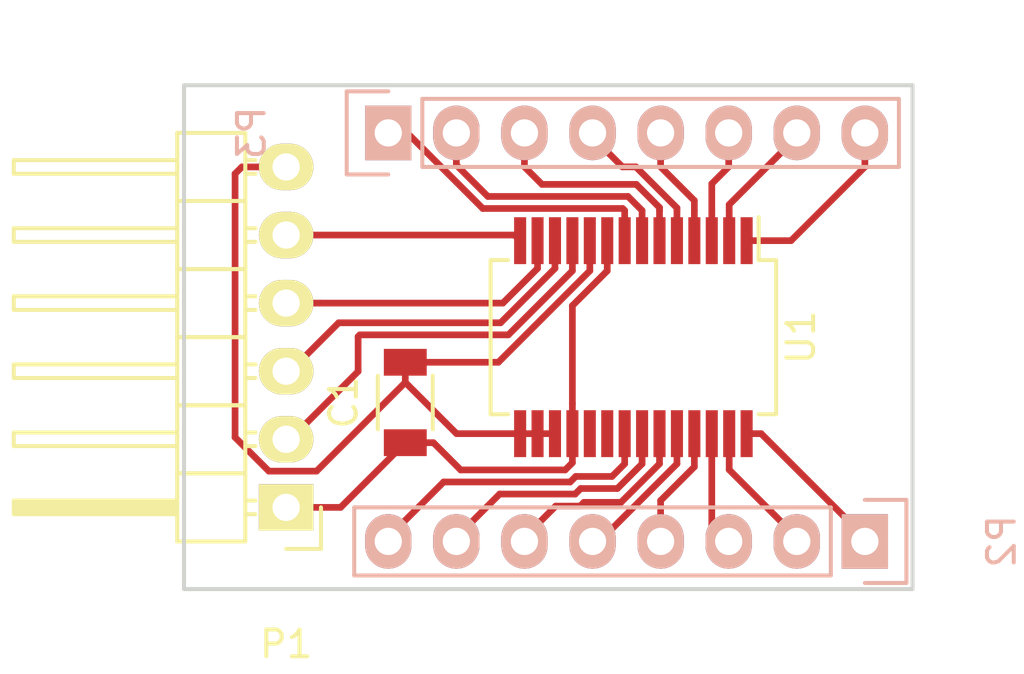
<source format=kicad_pcb>
(kicad_pcb (version 4) (host pcbnew 4.0.0-rc1-stable)

  (general
    (links 28)
    (no_connects 28)
    (area 96.444999 94.666999 123.773001 113.613001)
    (thickness 1.6)
    (drawings 4)
    (tracks 116)
    (zones 0)
    (modules 5)
    (nets 25)
  )

  (page A4)
  (layers
    (0 F.Cu signal)
    (31 B.Cu signal)
    (32 B.Adhes user)
    (33 F.Adhes user)
    (34 B.Paste user)
    (35 F.Paste user)
    (36 B.SilkS user)
    (37 F.SilkS user)
    (38 B.Mask user)
    (39 F.Mask user)
    (40 Dwgs.User user)
    (41 Cmts.User user)
    (42 Eco1.User user)
    (43 Eco2.User user)
    (44 Edge.Cuts user)
    (45 Margin user)
    (46 B.CrtYd user)
    (47 F.CrtYd user)
    (48 B.Fab user)
    (49 F.Fab user)
  )

  (setup
    (last_trace_width 0.25)
    (trace_clearance 0.2)
    (zone_clearance 0.508)
    (zone_45_only no)
    (trace_min 0.2)
    (segment_width 0.2)
    (edge_width 0.15)
    (via_size 0.6)
    (via_drill 0.4)
    (via_min_size 0.4)
    (via_min_drill 0.3)
    (uvia_size 0.3)
    (uvia_drill 0.1)
    (uvias_allowed no)
    (uvia_min_size 0.2)
    (uvia_min_drill 0.1)
    (pcb_text_width 0.3)
    (pcb_text_size 1.5 1.5)
    (mod_edge_width 0.15)
    (mod_text_size 1 1)
    (mod_text_width 0.15)
    (pad_size 1.524 1.524)
    (pad_drill 0.762)
    (pad_to_mask_clearance 0.2)
    (aux_axis_origin 0 0)
    (visible_elements FFFFFF7F)
    (pcbplotparams
      (layerselection 0x00030_80000001)
      (usegerberextensions false)
      (excludeedgelayer true)
      (linewidth 0.100000)
      (plotframeref false)
      (viasonmask false)
      (mode 1)
      (useauxorigin false)
      (hpglpennumber 1)
      (hpglpenspeed 20)
      (hpglpendiameter 15)
      (hpglpenoverlay 2)
      (psnegative false)
      (psa4output false)
      (plotreference true)
      (plotvalue true)
      (plotinvisibletext false)
      (padsonsilk false)
      (subtractmaskfromsilk false)
      (outputformat 1)
      (mirror false)
      (drillshape 1)
      (scaleselection 1)
      (outputdirectory ""))
  )

  (net 0 "")
  (net 1 +3V3)
  (net 2 GND)
  (net 3 "Net-(P2-Pad1)")
  (net 4 "Net-(P2-Pad2)")
  (net 5 "Net-(P2-Pad3)")
  (net 6 "Net-(P2-Pad4)")
  (net 7 "Net-(P2-Pad5)")
  (net 8 "Net-(P2-Pad6)")
  (net 9 "Net-(P2-Pad7)")
  (net 10 "Net-(P2-Pad8)")
  (net 11 "Net-(P3-Pad1)")
  (net 12 "Net-(P3-Pad2)")
  (net 13 "Net-(P3-Pad3)")
  (net 14 "Net-(P3-Pad4)")
  (net 15 "Net-(P3-Pad5)")
  (net 16 "Net-(P3-Pad6)")
  (net 17 "Net-(P3-Pad7)")
  (net 18 "Net-(P3-Pad8)")
  (net 19 /~CS~)
  (net 20 /SCK)
  (net 21 /SI)
  (net 22 /SO)
  (net 23 "Net-(U1-Pad19)")
  (net 24 "Net-(U1-Pad20)")

  (net_class Default "Dies ist die voreingestellte Netzklasse."
    (clearance 0.2)
    (trace_width 0.25)
    (via_dia 0.6)
    (via_drill 0.4)
    (uvia_dia 0.3)
    (uvia_drill 0.1)
    (add_net +3V3)
    (add_net /SCK)
    (add_net /SI)
    (add_net /SO)
    (add_net /~CS~)
    (add_net GND)
    (add_net "Net-(P2-Pad1)")
    (add_net "Net-(P2-Pad2)")
    (add_net "Net-(P2-Pad3)")
    (add_net "Net-(P2-Pad4)")
    (add_net "Net-(P2-Pad5)")
    (add_net "Net-(P2-Pad6)")
    (add_net "Net-(P2-Pad7)")
    (add_net "Net-(P2-Pad8)")
    (add_net "Net-(P3-Pad1)")
    (add_net "Net-(P3-Pad2)")
    (add_net "Net-(P3-Pad3)")
    (add_net "Net-(P3-Pad4)")
    (add_net "Net-(P3-Pad5)")
    (add_net "Net-(P3-Pad6)")
    (add_net "Net-(P3-Pad7)")
    (add_net "Net-(P3-Pad8)")
    (add_net "Net-(U1-Pad19)")
    (add_net "Net-(U1-Pad20)")
  )

  (module Capacitors_SMD:C_1206 (layer F.Cu) (tedit 5415D7BD) (tstamp 5617A0FB)
    (at 104.775 106.577 90)
    (descr "Capacitor SMD 1206, reflow soldering, AVX (see smccp.pdf)")
    (tags "capacitor 1206")
    (path /56179CD3)
    (attr smd)
    (fp_text reference C1 (at 0 -2.3 90) (layer F.SilkS)
      (effects (font (size 1 1) (thickness 0.15)))
    )
    (fp_text value 100n (at 0 2.3 90) (layer F.Fab)
      (effects (font (size 1 1) (thickness 0.15)))
    )
    (fp_line (start -2.3 -1.15) (end 2.3 -1.15) (layer F.CrtYd) (width 0.05))
    (fp_line (start -2.3 1.15) (end 2.3 1.15) (layer F.CrtYd) (width 0.05))
    (fp_line (start -2.3 -1.15) (end -2.3 1.15) (layer F.CrtYd) (width 0.05))
    (fp_line (start 2.3 -1.15) (end 2.3 1.15) (layer F.CrtYd) (width 0.05))
    (fp_line (start 1 -1.025) (end -1 -1.025) (layer F.SilkS) (width 0.15))
    (fp_line (start -1 1.025) (end 1 1.025) (layer F.SilkS) (width 0.15))
    (pad 1 smd rect (at -1.5 0 90) (size 1 1.6) (layers F.Cu F.Paste F.Mask)
      (net 1 +3V3))
    (pad 2 smd rect (at 1.5 0 90) (size 1 1.6) (layers F.Cu F.Paste F.Mask)
      (net 2 GND))
    (model Capacitors_SMD.3dshapes/C_1206.wrl
      (at (xyz 0 0 0))
      (scale (xyz 1 1 1))
      (rotate (xyz 0 0 0))
    )
  )

  (module Pin_Headers:Pin_Header_Angled_1x06 (layer F.Cu) (tedit 0) (tstamp 5617A105)
    (at 100.33 110.49 180)
    (descr "Through hole pin header")
    (tags "pin header")
    (path /56179B9C)
    (fp_text reference P1 (at 0 -5.1 180) (layer F.SilkS)
      (effects (font (size 1 1) (thickness 0.15)))
    )
    (fp_text value CONN_01X06 (at 0 -3.1 180) (layer F.Fab)
      (effects (font (size 1 1) (thickness 0.15)))
    )
    (fp_line (start -1.5 -1.75) (end -1.5 14.45) (layer F.CrtYd) (width 0.05))
    (fp_line (start 10.65 -1.75) (end 10.65 14.45) (layer F.CrtYd) (width 0.05))
    (fp_line (start -1.5 -1.75) (end 10.65 -1.75) (layer F.CrtYd) (width 0.05))
    (fp_line (start -1.5 14.45) (end 10.65 14.45) (layer F.CrtYd) (width 0.05))
    (fp_line (start -1.3 -1.55) (end -1.3 0) (layer F.SilkS) (width 0.15))
    (fp_line (start 0 -1.55) (end -1.3 -1.55) (layer F.SilkS) (width 0.15))
    (fp_line (start 4.191 -0.127) (end 10.033 -0.127) (layer F.SilkS) (width 0.15))
    (fp_line (start 10.033 -0.127) (end 10.033 0.127) (layer F.SilkS) (width 0.15))
    (fp_line (start 10.033 0.127) (end 4.191 0.127) (layer F.SilkS) (width 0.15))
    (fp_line (start 4.191 0.127) (end 4.191 0) (layer F.SilkS) (width 0.15))
    (fp_line (start 4.191 0) (end 10.033 0) (layer F.SilkS) (width 0.15))
    (fp_line (start 1.524 -0.254) (end 1.143 -0.254) (layer F.SilkS) (width 0.15))
    (fp_line (start 1.524 0.254) (end 1.143 0.254) (layer F.SilkS) (width 0.15))
    (fp_line (start 1.524 2.286) (end 1.143 2.286) (layer F.SilkS) (width 0.15))
    (fp_line (start 1.524 2.794) (end 1.143 2.794) (layer F.SilkS) (width 0.15))
    (fp_line (start 1.524 4.826) (end 1.143 4.826) (layer F.SilkS) (width 0.15))
    (fp_line (start 1.524 5.334) (end 1.143 5.334) (layer F.SilkS) (width 0.15))
    (fp_line (start 1.524 12.954) (end 1.143 12.954) (layer F.SilkS) (width 0.15))
    (fp_line (start 1.524 12.446) (end 1.143 12.446) (layer F.SilkS) (width 0.15))
    (fp_line (start 1.524 10.414) (end 1.143 10.414) (layer F.SilkS) (width 0.15))
    (fp_line (start 1.524 9.906) (end 1.143 9.906) (layer F.SilkS) (width 0.15))
    (fp_line (start 1.524 7.874) (end 1.143 7.874) (layer F.SilkS) (width 0.15))
    (fp_line (start 1.524 7.366) (end 1.143 7.366) (layer F.SilkS) (width 0.15))
    (fp_line (start 1.524 -1.27) (end 4.064 -1.27) (layer F.SilkS) (width 0.15))
    (fp_line (start 1.524 1.27) (end 4.064 1.27) (layer F.SilkS) (width 0.15))
    (fp_line (start 1.524 1.27) (end 1.524 3.81) (layer F.SilkS) (width 0.15))
    (fp_line (start 1.524 3.81) (end 4.064 3.81) (layer F.SilkS) (width 0.15))
    (fp_line (start 4.064 2.286) (end 10.16 2.286) (layer F.SilkS) (width 0.15))
    (fp_line (start 10.16 2.286) (end 10.16 2.794) (layer F.SilkS) (width 0.15))
    (fp_line (start 10.16 2.794) (end 4.064 2.794) (layer F.SilkS) (width 0.15))
    (fp_line (start 4.064 3.81) (end 4.064 1.27) (layer F.SilkS) (width 0.15))
    (fp_line (start 4.064 1.27) (end 4.064 -1.27) (layer F.SilkS) (width 0.15))
    (fp_line (start 10.16 0.254) (end 4.064 0.254) (layer F.SilkS) (width 0.15))
    (fp_line (start 10.16 -0.254) (end 10.16 0.254) (layer F.SilkS) (width 0.15))
    (fp_line (start 4.064 -0.254) (end 10.16 -0.254) (layer F.SilkS) (width 0.15))
    (fp_line (start 1.524 1.27) (end 4.064 1.27) (layer F.SilkS) (width 0.15))
    (fp_line (start 1.524 -1.27) (end 1.524 1.27) (layer F.SilkS) (width 0.15))
    (fp_line (start 1.524 8.89) (end 4.064 8.89) (layer F.SilkS) (width 0.15))
    (fp_line (start 1.524 8.89) (end 1.524 11.43) (layer F.SilkS) (width 0.15))
    (fp_line (start 1.524 11.43) (end 4.064 11.43) (layer F.SilkS) (width 0.15))
    (fp_line (start 4.064 9.906) (end 10.16 9.906) (layer F.SilkS) (width 0.15))
    (fp_line (start 10.16 9.906) (end 10.16 10.414) (layer F.SilkS) (width 0.15))
    (fp_line (start 10.16 10.414) (end 4.064 10.414) (layer F.SilkS) (width 0.15))
    (fp_line (start 4.064 11.43) (end 4.064 8.89) (layer F.SilkS) (width 0.15))
    (fp_line (start 4.064 13.97) (end 4.064 11.43) (layer F.SilkS) (width 0.15))
    (fp_line (start 10.16 12.954) (end 4.064 12.954) (layer F.SilkS) (width 0.15))
    (fp_line (start 10.16 12.446) (end 10.16 12.954) (layer F.SilkS) (width 0.15))
    (fp_line (start 4.064 12.446) (end 10.16 12.446) (layer F.SilkS) (width 0.15))
    (fp_line (start 1.524 13.97) (end 4.064 13.97) (layer F.SilkS) (width 0.15))
    (fp_line (start 1.524 11.43) (end 1.524 13.97) (layer F.SilkS) (width 0.15))
    (fp_line (start 1.524 11.43) (end 4.064 11.43) (layer F.SilkS) (width 0.15))
    (fp_line (start 1.524 6.35) (end 4.064 6.35) (layer F.SilkS) (width 0.15))
    (fp_line (start 1.524 6.35) (end 1.524 8.89) (layer F.SilkS) (width 0.15))
    (fp_line (start 1.524 8.89) (end 4.064 8.89) (layer F.SilkS) (width 0.15))
    (fp_line (start 4.064 7.366) (end 10.16 7.366) (layer F.SilkS) (width 0.15))
    (fp_line (start 10.16 7.366) (end 10.16 7.874) (layer F.SilkS) (width 0.15))
    (fp_line (start 10.16 7.874) (end 4.064 7.874) (layer F.SilkS) (width 0.15))
    (fp_line (start 4.064 8.89) (end 4.064 6.35) (layer F.SilkS) (width 0.15))
    (fp_line (start 4.064 6.35) (end 4.064 3.81) (layer F.SilkS) (width 0.15))
    (fp_line (start 10.16 5.334) (end 4.064 5.334) (layer F.SilkS) (width 0.15))
    (fp_line (start 10.16 4.826) (end 10.16 5.334) (layer F.SilkS) (width 0.15))
    (fp_line (start 4.064 4.826) (end 10.16 4.826) (layer F.SilkS) (width 0.15))
    (fp_line (start 1.524 6.35) (end 4.064 6.35) (layer F.SilkS) (width 0.15))
    (fp_line (start 1.524 3.81) (end 1.524 6.35) (layer F.SilkS) (width 0.15))
    (fp_line (start 1.524 3.81) (end 4.064 3.81) (layer F.SilkS) (width 0.15))
    (pad 1 thru_hole rect (at 0 0 180) (size 2.032 1.7272) (drill 1.016) (layers *.Cu *.Mask F.SilkS)
      (net 1 +3V3))
    (pad 2 thru_hole oval (at 0 2.54 180) (size 2.032 1.7272) (drill 1.016) (layers *.Cu *.Mask F.SilkS)
      (net 19 /~CS~))
    (pad 3 thru_hole oval (at 0 5.08 180) (size 2.032 1.7272) (drill 1.016) (layers *.Cu *.Mask F.SilkS)
      (net 20 /SCK))
    (pad 4 thru_hole oval (at 0 7.62 180) (size 2.032 1.7272) (drill 1.016) (layers *.Cu *.Mask F.SilkS)
      (net 21 /SI))
    (pad 5 thru_hole oval (at 0 10.16 180) (size 2.032 1.7272) (drill 1.016) (layers *.Cu *.Mask F.SilkS)
      (net 22 /SO))
    (pad 6 thru_hole oval (at 0 12.7 180) (size 2.032 1.7272) (drill 1.016) (layers *.Cu *.Mask F.SilkS)
      (net 2 GND))
    (model Pin_Headers.3dshapes/Pin_Header_Angled_1x06.wrl
      (at (xyz 0 -0.25 0))
      (scale (xyz 1 1 1))
      (rotate (xyz 0 0 90))
    )
  )

  (module Pin_Headers:Pin_Header_Straight_1x08 locked (layer B.Cu) (tedit 0) (tstamp 5617A111)
    (at 121.92 111.76 90)
    (descr "Through hole pin header")
    (tags "pin header")
    (path /56179C0C)
    (fp_text reference P2 (at 0 5.1 90) (layer B.SilkS)
      (effects (font (size 1 1) (thickness 0.15)) (justify mirror))
    )
    (fp_text value CONN_01X08 (at 0 3.1 90) (layer B.Fab)
      (effects (font (size 1 1) (thickness 0.15)) (justify mirror))
    )
    (fp_line (start -1.75 1.75) (end -1.75 -19.55) (layer B.CrtYd) (width 0.05))
    (fp_line (start 1.75 1.75) (end 1.75 -19.55) (layer B.CrtYd) (width 0.05))
    (fp_line (start -1.75 1.75) (end 1.75 1.75) (layer B.CrtYd) (width 0.05))
    (fp_line (start -1.75 -19.55) (end 1.75 -19.55) (layer B.CrtYd) (width 0.05))
    (fp_line (start 1.27 -1.27) (end 1.27 -19.05) (layer B.SilkS) (width 0.15))
    (fp_line (start 1.27 -19.05) (end -1.27 -19.05) (layer B.SilkS) (width 0.15))
    (fp_line (start -1.27 -19.05) (end -1.27 -1.27) (layer B.SilkS) (width 0.15))
    (fp_line (start 1.55 1.55) (end 1.55 0) (layer B.SilkS) (width 0.15))
    (fp_line (start 1.27 -1.27) (end -1.27 -1.27) (layer B.SilkS) (width 0.15))
    (fp_line (start -1.55 0) (end -1.55 1.55) (layer B.SilkS) (width 0.15))
    (fp_line (start -1.55 1.55) (end 1.55 1.55) (layer B.SilkS) (width 0.15))
    (pad 1 thru_hole rect (at 0 0 90) (size 2.032 1.7272) (drill 1.016) (layers *.Cu *.Mask B.SilkS)
      (net 3 "Net-(P2-Pad1)"))
    (pad 2 thru_hole oval (at 0 -2.54 90) (size 2.032 1.7272) (drill 1.016) (layers *.Cu *.Mask B.SilkS)
      (net 4 "Net-(P2-Pad2)"))
    (pad 3 thru_hole oval (at 0 -5.08 90) (size 2.032 1.7272) (drill 1.016) (layers *.Cu *.Mask B.SilkS)
      (net 5 "Net-(P2-Pad3)"))
    (pad 4 thru_hole oval (at 0 -7.62 90) (size 2.032 1.7272) (drill 1.016) (layers *.Cu *.Mask B.SilkS)
      (net 6 "Net-(P2-Pad4)"))
    (pad 5 thru_hole oval (at 0 -10.16 90) (size 2.032 1.7272) (drill 1.016) (layers *.Cu *.Mask B.SilkS)
      (net 7 "Net-(P2-Pad5)"))
    (pad 6 thru_hole oval (at 0 -12.7 90) (size 2.032 1.7272) (drill 1.016) (layers *.Cu *.Mask B.SilkS)
      (net 8 "Net-(P2-Pad6)"))
    (pad 7 thru_hole oval (at 0 -15.24 90) (size 2.032 1.7272) (drill 1.016) (layers *.Cu *.Mask B.SilkS)
      (net 9 "Net-(P2-Pad7)"))
    (pad 8 thru_hole oval (at 0 -17.78 90) (size 2.032 1.7272) (drill 1.016) (layers *.Cu *.Mask B.SilkS)
      (net 10 "Net-(P2-Pad8)"))
    (model Pin_Headers.3dshapes/Pin_Header_Straight_1x08.wrl
      (at (xyz 0 -0.35 0))
      (scale (xyz 1 1 1))
      (rotate (xyz 0 0 90))
    )
  )

  (module Pin_Headers:Pin_Header_Straight_1x08 locked (layer B.Cu) (tedit 0) (tstamp 5617A11D)
    (at 104.14 96.52 270)
    (descr "Through hole pin header")
    (tags "pin header")
    (path /56179C75)
    (fp_text reference P3 (at 0 5.1 270) (layer B.SilkS)
      (effects (font (size 1 1) (thickness 0.15)) (justify mirror))
    )
    (fp_text value CONN_01X08 (at 0 3.1 270) (layer B.Fab)
      (effects (font (size 1 1) (thickness 0.15)) (justify mirror))
    )
    (fp_line (start -1.75 1.75) (end -1.75 -19.55) (layer B.CrtYd) (width 0.05))
    (fp_line (start 1.75 1.75) (end 1.75 -19.55) (layer B.CrtYd) (width 0.05))
    (fp_line (start -1.75 1.75) (end 1.75 1.75) (layer B.CrtYd) (width 0.05))
    (fp_line (start -1.75 -19.55) (end 1.75 -19.55) (layer B.CrtYd) (width 0.05))
    (fp_line (start 1.27 -1.27) (end 1.27 -19.05) (layer B.SilkS) (width 0.15))
    (fp_line (start 1.27 -19.05) (end -1.27 -19.05) (layer B.SilkS) (width 0.15))
    (fp_line (start -1.27 -19.05) (end -1.27 -1.27) (layer B.SilkS) (width 0.15))
    (fp_line (start 1.55 1.55) (end 1.55 0) (layer B.SilkS) (width 0.15))
    (fp_line (start 1.27 -1.27) (end -1.27 -1.27) (layer B.SilkS) (width 0.15))
    (fp_line (start -1.55 0) (end -1.55 1.55) (layer B.SilkS) (width 0.15))
    (fp_line (start -1.55 1.55) (end 1.55 1.55) (layer B.SilkS) (width 0.15))
    (pad 1 thru_hole rect (at 0 0 270) (size 2.032 1.7272) (drill 1.016) (layers *.Cu *.Mask B.SilkS)
      (net 11 "Net-(P3-Pad1)"))
    (pad 2 thru_hole oval (at 0 -2.54 270) (size 2.032 1.7272) (drill 1.016) (layers *.Cu *.Mask B.SilkS)
      (net 12 "Net-(P3-Pad2)"))
    (pad 3 thru_hole oval (at 0 -5.08 270) (size 2.032 1.7272) (drill 1.016) (layers *.Cu *.Mask B.SilkS)
      (net 13 "Net-(P3-Pad3)"))
    (pad 4 thru_hole oval (at 0 -7.62 270) (size 2.032 1.7272) (drill 1.016) (layers *.Cu *.Mask B.SilkS)
      (net 14 "Net-(P3-Pad4)"))
    (pad 5 thru_hole oval (at 0 -10.16 270) (size 2.032 1.7272) (drill 1.016) (layers *.Cu *.Mask B.SilkS)
      (net 15 "Net-(P3-Pad5)"))
    (pad 6 thru_hole oval (at 0 -12.7 270) (size 2.032 1.7272) (drill 1.016) (layers *.Cu *.Mask B.SilkS)
      (net 16 "Net-(P3-Pad6)"))
    (pad 7 thru_hole oval (at 0 -15.24 270) (size 2.032 1.7272) (drill 1.016) (layers *.Cu *.Mask B.SilkS)
      (net 17 "Net-(P3-Pad7)"))
    (pad 8 thru_hole oval (at 0 -17.78 270) (size 2.032 1.7272) (drill 1.016) (layers *.Cu *.Mask B.SilkS)
      (net 18 "Net-(P3-Pad8)"))
    (model Pin_Headers.3dshapes/Pin_Header_Straight_1x08.wrl
      (at (xyz 0 -0.35 0))
      (scale (xyz 1 1 1))
      (rotate (xyz 0 0 90))
    )
  )

  (module Housings_SSOP:SSOP-28_5.3x10.2mm_Pitch0.65mm (layer F.Cu) (tedit 54130A77) (tstamp 5617A3AB)
    (at 113.284 104.14 270)
    (descr "28-Lead Plastic Shrink Small Outline (SS)-5.30 mm Body [SSOP] (see Microchip Packaging Specification 00000049BS.pdf)")
    (tags "SSOP 0.65")
    (path /5617A2B1)
    (attr smd)
    (fp_text reference U1 (at 0 -6.25 270) (layer F.SilkS)
      (effects (font (size 1 1) (thickness 0.15)))
    )
    (fp_text value MCP23S17 (at 0 6.25 270) (layer F.Fab)
      (effects (font (size 1 1) (thickness 0.15)))
    )
    (fp_line (start -4.75 -5.5) (end -4.75 5.5) (layer F.CrtYd) (width 0.05))
    (fp_line (start 4.75 -5.5) (end 4.75 5.5) (layer F.CrtYd) (width 0.05))
    (fp_line (start -4.75 -5.5) (end 4.75 -5.5) (layer F.CrtYd) (width 0.05))
    (fp_line (start -4.75 5.5) (end 4.75 5.5) (layer F.CrtYd) (width 0.05))
    (fp_line (start -2.875 -5.325) (end -2.875 -4.675) (layer F.SilkS) (width 0.15))
    (fp_line (start 2.875 -5.325) (end 2.875 -4.675) (layer F.SilkS) (width 0.15))
    (fp_line (start 2.875 5.325) (end 2.875 4.675) (layer F.SilkS) (width 0.15))
    (fp_line (start -2.875 5.325) (end -2.875 4.675) (layer F.SilkS) (width 0.15))
    (fp_line (start -2.875 -5.325) (end 2.875 -5.325) (layer F.SilkS) (width 0.15))
    (fp_line (start -2.875 5.325) (end 2.875 5.325) (layer F.SilkS) (width 0.15))
    (fp_line (start -2.875 -4.675) (end -4.475 -4.675) (layer F.SilkS) (width 0.15))
    (pad 1 smd rect (at -3.6 -4.225 270) (size 1.75 0.45) (layers F.Cu F.Paste F.Mask)
      (net 18 "Net-(P3-Pad8)"))
    (pad 2 smd rect (at -3.6 -3.575 270) (size 1.75 0.45) (layers F.Cu F.Paste F.Mask)
      (net 17 "Net-(P3-Pad7)"))
    (pad 3 smd rect (at -3.6 -2.925 270) (size 1.75 0.45) (layers F.Cu F.Paste F.Mask)
      (net 16 "Net-(P3-Pad6)"))
    (pad 4 smd rect (at -3.6 -2.275 270) (size 1.75 0.45) (layers F.Cu F.Paste F.Mask)
      (net 15 "Net-(P3-Pad5)"))
    (pad 5 smd rect (at -3.6 -1.625 270) (size 1.75 0.45) (layers F.Cu F.Paste F.Mask)
      (net 14 "Net-(P3-Pad4)"))
    (pad 6 smd rect (at -3.6 -0.975 270) (size 1.75 0.45) (layers F.Cu F.Paste F.Mask)
      (net 13 "Net-(P3-Pad3)"))
    (pad 7 smd rect (at -3.6 -0.325 270) (size 1.75 0.45) (layers F.Cu F.Paste F.Mask)
      (net 12 "Net-(P3-Pad2)"))
    (pad 8 smd rect (at -3.6 0.325 270) (size 1.75 0.45) (layers F.Cu F.Paste F.Mask)
      (net 11 "Net-(P3-Pad1)"))
    (pad 9 smd rect (at -3.6 0.975 270) (size 1.75 0.45) (layers F.Cu F.Paste F.Mask)
      (net 1 +3V3))
    (pad 10 smd rect (at -3.6 1.625 270) (size 1.75 0.45) (layers F.Cu F.Paste F.Mask)
      (net 2 GND))
    (pad 11 smd rect (at -3.6 2.275 270) (size 1.75 0.45) (layers F.Cu F.Paste F.Mask)
      (net 19 /~CS~))
    (pad 12 smd rect (at -3.6 2.925 270) (size 1.75 0.45) (layers F.Cu F.Paste F.Mask)
      (net 20 /SCK))
    (pad 13 smd rect (at -3.6 3.575 270) (size 1.75 0.45) (layers F.Cu F.Paste F.Mask)
      (net 21 /SI))
    (pad 14 smd rect (at -3.6 4.225 270) (size 1.75 0.45) (layers F.Cu F.Paste F.Mask)
      (net 22 /SO))
    (pad 15 smd rect (at 3.6 4.225 270) (size 1.75 0.45) (layers F.Cu F.Paste F.Mask)
      (net 2 GND))
    (pad 16 smd rect (at 3.6 3.575 270) (size 1.75 0.45) (layers F.Cu F.Paste F.Mask)
      (net 2 GND))
    (pad 17 smd rect (at 3.6 2.925 270) (size 1.75 0.45) (layers F.Cu F.Paste F.Mask)
      (net 2 GND))
    (pad 18 smd rect (at 3.6 2.275 270) (size 1.75 0.45) (layers F.Cu F.Paste F.Mask)
      (net 1 +3V3))
    (pad 19 smd rect (at 3.6 1.625 270) (size 1.75 0.45) (layers F.Cu F.Paste F.Mask)
      (net 23 "Net-(U1-Pad19)"))
    (pad 20 smd rect (at 3.6 0.975 270) (size 1.75 0.45) (layers F.Cu F.Paste F.Mask)
      (net 24 "Net-(U1-Pad20)"))
    (pad 21 smd rect (at 3.6 0.325 270) (size 1.75 0.45) (layers F.Cu F.Paste F.Mask)
      (net 10 "Net-(P2-Pad8)"))
    (pad 22 smd rect (at 3.6 -0.325 270) (size 1.75 0.45) (layers F.Cu F.Paste F.Mask)
      (net 9 "Net-(P2-Pad7)"))
    (pad 23 smd rect (at 3.6 -0.975 270) (size 1.75 0.45) (layers F.Cu F.Paste F.Mask)
      (net 8 "Net-(P2-Pad6)"))
    (pad 24 smd rect (at 3.6 -1.625 270) (size 1.75 0.45) (layers F.Cu F.Paste F.Mask)
      (net 7 "Net-(P2-Pad5)"))
    (pad 25 smd rect (at 3.6 -2.275 270) (size 1.75 0.45) (layers F.Cu F.Paste F.Mask)
      (net 6 "Net-(P2-Pad4)"))
    (pad 26 smd rect (at 3.6 -2.925 270) (size 1.75 0.45) (layers F.Cu F.Paste F.Mask)
      (net 5 "Net-(P2-Pad3)"))
    (pad 27 smd rect (at 3.6 -3.575 270) (size 1.75 0.45) (layers F.Cu F.Paste F.Mask)
      (net 4 "Net-(P2-Pad2)"))
    (pad 28 smd rect (at 3.6 -4.225 270) (size 1.75 0.45) (layers F.Cu F.Paste F.Mask)
      (net 3 "Net-(P2-Pad1)"))
    (model Housings_SSOP.3dshapes/SSOP-28_5.3x10.2mm_Pitch0.65mm.wrl
      (at (xyz 0 0 0))
      (scale (xyz 1 1 1))
      (rotate (xyz 0 0 0))
    )
  )

  (gr_line (start 96.52 113.538) (end 96.52 94.742) (layer Edge.Cuts) (width 0.15))
  (gr_line (start 123.698 113.538) (end 96.52 113.538) (layer Edge.Cuts) (width 0.15))
  (gr_line (start 123.698 94.742) (end 123.698 113.538) (layer Edge.Cuts) (width 0.15))
  (gr_line (start 96.52 94.742) (end 123.698 94.742) (layer Edge.Cuts) (width 0.15))

  (segment (start 106.841 109.093) (end 105.825 108.077) (width 0.25) (layer F.Cu) (net 1))
  (segment (start 111.009 108.823768) (end 110.739768 109.093) (width 0.25) (layer F.Cu) (net 1))
  (segment (start 111.009 107.74) (end 111.009 108.823768) (width 0.25) (layer F.Cu) (net 1))
  (segment (start 110.739768 109.093) (end 106.841 109.093) (width 0.25) (layer F.Cu) (net 1))
  (segment (start 105.825 108.077) (end 104.775 108.077) (width 0.25) (layer F.Cu) (net 1))
  (segment (start 100.33 110.49) (end 102.362 110.49) (width 0.25) (layer F.Cu) (net 1))
  (segment (start 102.362 110.49) (end 104.456795 108.395205) (width 0.25) (layer F.Cu) (net 1))
  (segment (start 100.4824 110.49) (end 100.33 110.49) (width 0.25) (layer F.Cu) (net 1))
  (segment (start 111.009 106.615) (end 111.009 107.74) (width 0.25) (layer F.Cu) (net 1))
  (segment (start 112.309 100.54) (end 112.309 101.665) (width 0.25) (layer F.Cu) (net 1))
  (segment (start 112.309 101.665) (end 111.009 102.965) (width 0.25) (layer F.Cu) (net 1))
  (segment (start 111.009 102.965) (end 111.009 106.615) (width 0.25) (layer F.Cu) (net 1))
  (segment (start 104.775 105.827) (end 101.46339 109.13861) (width 0.25) (layer F.Cu) (net 2))
  (segment (start 101.46339 109.13861) (end 99.685262 109.13861) (width 0.25) (layer F.Cu) (net 2))
  (segment (start 99.685262 109.13861) (end 98.425 107.878348) (width 0.25) (layer F.Cu) (net 2))
  (segment (start 98.425 107.878348) (end 98.425 98.044) (width 0.25) (layer F.Cu) (net 2))
  (segment (start 98.425 98.044) (end 98.679 97.79) (width 0.25) (layer F.Cu) (net 2))
  (segment (start 98.679 97.79) (end 100.33 97.79) (width 0.25) (layer F.Cu) (net 2))
  (segment (start 104.775 105.077) (end 108.247 105.077) (width 0.25) (layer F.Cu) (net 2))
  (segment (start 108.247 105.077) (end 111.659 101.665) (width 0.25) (layer F.Cu) (net 2))
  (segment (start 111.659 101.665) (end 111.659 100.54) (width 0.25) (layer F.Cu) (net 2))
  (segment (start 109.059 107.74) (end 106.688 107.74) (width 0.25) (layer F.Cu) (net 2))
  (segment (start 106.688 107.74) (end 104.775 105.827) (width 0.25) (layer F.Cu) (net 2))
  (segment (start 104.775 105.827) (end 104.775 105.077) (width 0.25) (layer F.Cu) (net 2))
  (segment (start 109.709 107.74) (end 109.059 107.74) (width 0.25) (layer F.Cu) (net 2))
  (segment (start 109.709 107.74) (end 110.359 107.74) (width 0.25) (layer F.Cu) (net 2))
  (segment (start 117.509 107.74) (end 118.0524 107.74) (width 0.25) (layer F.Cu) (net 3))
  (segment (start 118.0524 107.74) (end 121.92 111.6076) (width 0.25) (layer F.Cu) (net 3))
  (segment (start 121.92 111.6076) (end 121.92 111.76) (width 0.25) (layer F.Cu) (net 3))
  (segment (start 116.859 107.74) (end 116.859 109.0866) (width 0.25) (layer F.Cu) (net 4))
  (segment (start 116.859 109.0866) (end 119.38 111.6076) (width 0.25) (layer F.Cu) (net 4))
  (segment (start 119.38 111.6076) (end 119.38 111.76) (width 0.25) (layer F.Cu) (net 4))
  (segment (start 116.209 107.74) (end 116.209 111.129) (width 0.25) (layer F.Cu) (net 5))
  (segment (start 116.209 111.129) (end 116.84 111.76) (width 0.25) (layer F.Cu) (net 5))
  (segment (start 115.559 108.977) (end 114.3 110.236) (width 0.25) (layer F.Cu) (net 6))
  (segment (start 114.3 110.236) (end 114.3 111.76) (width 0.25) (layer F.Cu) (net 6))
  (segment (start 115.559 107.74) (end 115.559 108.977) (width 0.25) (layer F.Cu) (net 6))
  (segment (start 114.909 107.74) (end 114.909 108.865) (width 0.25) (layer F.Cu) (net 7))
  (segment (start 114.909 108.865) (end 112.014 111.76) (width 0.25) (layer F.Cu) (net 7))
  (segment (start 112.014 111.76) (end 111.76 111.76) (width 0.25) (layer F.Cu) (net 7))
  (segment (start 114.259 108.865) (end 112.82208 110.30192) (width 0.25) (layer F.Cu) (net 8))
  (segment (start 111.298967 110.443033) (end 111.44008 110.30192) (width 0.25) (layer F.Cu) (net 8))
  (segment (start 111.44008 110.30192) (end 112.82208 110.30192) (width 0.25) (layer F.Cu) (net 8))
  (segment (start 110.384567 110.443033) (end 111.298967 110.443033) (width 0.25) (layer F.Cu) (net 8))
  (segment (start 109.22 111.6076) (end 109.22 111.76) (width 0.25) (layer F.Cu) (net 8))
  (segment (start 110.384567 110.443033) (end 109.22 111.6076) (width 0.25) (layer F.Cu) (net 8))
  (segment (start 114.259 107.74) (end 114.259 108.865) (width 0.25) (layer F.Cu) (net 8))
  (segment (start 106.68 111.6076) (end 106.68 111.76) (width 0.25) (layer F.Cu) (net 9))
  (segment (start 113.609 108.865) (end 112.688009 109.785991) (width 0.25) (layer F.Cu) (net 9))
  (segment (start 108.294578 109.993022) (end 106.68 111.6076) (width 0.25) (layer F.Cu) (net 9))
  (segment (start 112.688009 109.785991) (end 111.319599 109.785991) (width 0.25) (layer F.Cu) (net 9))
  (segment (start 113.609 107.74) (end 113.609 108.865) (width 0.25) (layer F.Cu) (net 9))
  (segment (start 111.319599 109.785991) (end 111.112568 109.993022) (width 0.25) (layer F.Cu) (net 9))
  (segment (start 111.112568 109.993022) (end 108.294578 109.993022) (width 0.25) (layer F.Cu) (net 9))
  (segment (start 111.133199 109.33598) (end 110.926168 109.543011) (width 0.25) (layer F.Cu) (net 10))
  (segment (start 104.14 111.6076) (end 104.14 111.76) (width 0.25) (layer F.Cu) (net 10))
  (segment (start 106.204589 109.543011) (end 104.14 111.6076) (width 0.25) (layer F.Cu) (net 10))
  (segment (start 110.926168 109.543011) (end 106.204589 109.543011) (width 0.25) (layer F.Cu) (net 10))
  (segment (start 112.959 107.74) (end 112.959 108.865) (width 0.25) (layer F.Cu) (net 10))
  (segment (start 112.959 108.865) (end 112.48802 109.33598) (width 0.25) (layer F.Cu) (net 10))
  (segment (start 112.48802 109.33598) (end 111.133199 109.33598) (width 0.25) (layer F.Cu) (net 10))
  (segment (start 104.14 96.52) (end 104.846652 96.52) (width 0.25) (layer F.Cu) (net 11))
  (segment (start 112.959 99.415) (end 112.959 100.54) (width 0.25) (layer F.Cu) (net 11))
  (segment (start 104.846652 96.52) (end 107.666651 99.339999) (width 0.25) (layer F.Cu) (net 11))
  (segment (start 107.666651 99.339999) (end 112.883999 99.339999) (width 0.25) (layer F.Cu) (net 11))
  (segment (start 112.883999 99.339999) (end 112.959 99.415) (width 0.25) (layer F.Cu) (net 11))
  (segment (start 106.68 97.716938) (end 107.853052 98.88999) (width 0.25) (layer F.Cu) (net 12))
  (segment (start 113.609 99.415) (end 113.609 100.54) (width 0.25) (layer F.Cu) (net 12))
  (segment (start 107.853052 98.88999) (end 113.08399 98.88999) (width 0.25) (layer F.Cu) (net 12))
  (segment (start 113.08399 98.88999) (end 113.609 99.415) (width 0.25) (layer F.Cu) (net 12))
  (segment (start 106.68 96.52) (end 106.68 97.716938) (width 0.25) (layer F.Cu) (net 12))
  (segment (start 109.22 96.52) (end 109.22 97.786) (width 0.25) (layer F.Cu) (net 13))
  (segment (start 109.22 97.786) (end 109.87398 98.43998) (width 0.25) (layer F.Cu) (net 13))
  (segment (start 109.87398 98.43998) (end 113.39398 98.43998) (width 0.25) (layer F.Cu) (net 13))
  (segment (start 113.39398 98.43998) (end 114.259 99.305) (width 0.25) (layer F.Cu) (net 13))
  (segment (start 114.259 99.305) (end 114.259 99.415) (width 0.25) (layer F.Cu) (net 13))
  (segment (start 114.259 99.415) (end 114.259 100.54) (width 0.25) (layer F.Cu) (net 13))
  (segment (start 111.76 96.52) (end 111.76 96.6724) (width 0.25) (layer F.Cu) (net 14))
  (segment (start 114.909 99.31859) (end 114.909 99.415) (width 0.25) (layer F.Cu) (net 14))
  (segment (start 111.76 96.6724) (end 112.8736 97.786) (width 0.25) (layer F.Cu) (net 14))
  (segment (start 112.8736 97.786) (end 113.37641 97.786) (width 0.25) (layer F.Cu) (net 14))
  (segment (start 113.37641 97.786) (end 114.909 99.31859) (width 0.25) (layer F.Cu) (net 14))
  (segment (start 114.909 99.415) (end 114.909 100.54) (width 0.25) (layer F.Cu) (net 14))
  (segment (start 114.3 96.52) (end 114.3 97.786) (width 0.25) (layer F.Cu) (net 15))
  (segment (start 114.3 97.786) (end 115.559 99.045) (width 0.25) (layer F.Cu) (net 15))
  (segment (start 115.559 99.045) (end 115.559 99.415) (width 0.25) (layer F.Cu) (net 15))
  (segment (start 115.559 99.415) (end 115.559 100.54) (width 0.25) (layer F.Cu) (net 15))
  (segment (start 116.84 96.52) (end 116.84 97.786) (width 0.25) (layer F.Cu) (net 16))
  (segment (start 116.84 97.786) (end 116.209 98.417) (width 0.25) (layer F.Cu) (net 16))
  (segment (start 116.209 98.417) (end 116.209 99.415) (width 0.25) (layer F.Cu) (net 16))
  (segment (start 116.209 99.415) (end 116.209 100.54) (width 0.25) (layer F.Cu) (net 16))
  (segment (start 119.38 96.52) (end 119.38 96.6724) (width 0.25) (layer F.Cu) (net 17))
  (segment (start 119.38 96.6724) (end 116.859 99.1934) (width 0.25) (layer F.Cu) (net 17))
  (segment (start 116.859 99.1934) (end 116.859 99.415) (width 0.25) (layer F.Cu) (net 17))
  (segment (start 116.859 99.415) (end 116.859 100.54) (width 0.25) (layer F.Cu) (net 17))
  (segment (start 121.92 96.52) (end 121.92 97.786) (width 0.25) (layer F.Cu) (net 18))
  (segment (start 121.92 97.786) (end 119.166 100.54) (width 0.25) (layer F.Cu) (net 18))
  (segment (start 119.166 100.54) (end 117.509 100.54) (width 0.25) (layer F.Cu) (net 18))
  (segment (start 111.009 100.54) (end 111.009 101.665) (width 0.25) (layer F.Cu) (net 19))
  (segment (start 111.009 101.665) (end 108.621001 104.052999) (width 0.25) (layer F.Cu) (net 19))
  (segment (start 108.621001 104.052999) (end 103.079999 104.052999) (width 0.25) (layer F.Cu) (net 19))
  (segment (start 103.079999 104.052999) (end 103.014999 104.117999) (width 0.25) (layer F.Cu) (net 19))
  (segment (start 103.014999 104.117999) (end 103.014999 105.417401) (width 0.25) (layer F.Cu) (net 19))
  (segment (start 103.014999 105.417401) (end 100.4824 107.95) (width 0.25) (layer F.Cu) (net 19))
  (segment (start 100.4824 107.95) (end 100.33 107.95) (width 0.25) (layer F.Cu) (net 19))
  (segment (start 110.359 100.54) (end 110.359 101.575002) (width 0.25) (layer F.Cu) (net 20))
  (segment (start 110.359 101.575002) (end 108.331013 103.602989) (width 0.25) (layer F.Cu) (net 20))
  (segment (start 108.331013 103.602989) (end 102.289411 103.602989) (width 0.25) (layer F.Cu) (net 20))
  (segment (start 102.289411 103.602989) (end 100.4824 105.41) (width 0.25) (layer F.Cu) (net 20))
  (segment (start 100.4824 105.41) (end 100.33 105.41) (width 0.25) (layer F.Cu) (net 20))
  (segment (start 109.709 100.54) (end 109.709 101.575002) (width 0.25) (layer F.Cu) (net 21))
  (segment (start 109.709 101.575002) (end 108.414002 102.87) (width 0.25) (layer F.Cu) (net 21))
  (segment (start 108.414002 102.87) (end 101.596 102.87) (width 0.25) (layer F.Cu) (net 21))
  (segment (start 101.596 102.87) (end 100.33 102.87) (width 0.25) (layer F.Cu) (net 21))
  (segment (start 100.33 100.33) (end 108.849 100.33) (width 0.25) (layer F.Cu) (net 22))
  (segment (start 108.849 100.33) (end 109.059 100.54) (width 0.25) (layer F.Cu) (net 22))

)

</source>
